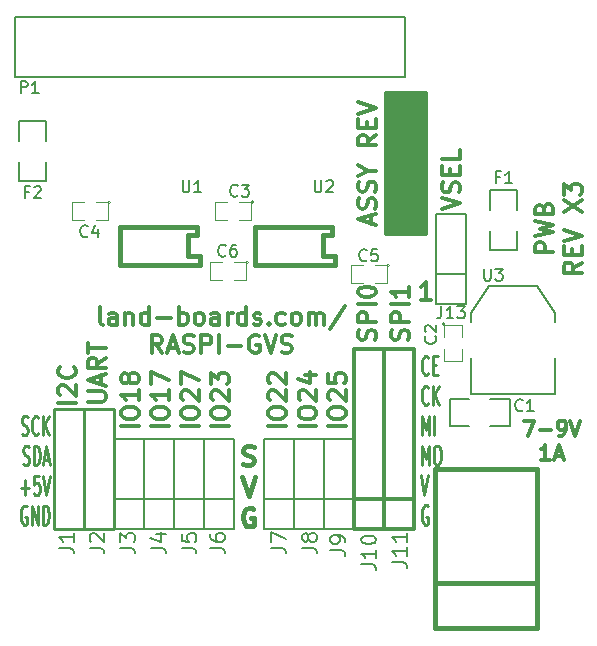
<source format=gto>
G04 (created by PCBNEW (2013-04-19 BZR 4011)-stable) date 02/09/2014 13:44:17*
%MOIN*%
G04 Gerber Fmt 3.4, Leading zero omitted, Abs format*
%FSLAX34Y34*%
G01*
G70*
G90*
G04 APERTURE LIST*
%ADD10C,0*%
%ADD11C,0.011811*%
%ADD12C,0.00875*%
%ADD13C,0.015*%
%ADD14C,0.008*%
%ADD15C,0.01*%
%ADD16C,0.006*%
%ADD17C,0.012*%
%ADD18C,0.005*%
%ADD19C,0.0039*%
%ADD20C,0.025*%
%ADD21C,0.00590551*%
G04 APERTURE END LIST*
G54D10*
G54D11*
X14448Y-6834D02*
X15039Y-6637D01*
X14448Y-6440D01*
X15010Y-6271D02*
X15039Y-6187D01*
X15039Y-6046D01*
X15010Y-5990D01*
X14982Y-5962D01*
X14926Y-5934D01*
X14870Y-5934D01*
X14814Y-5962D01*
X14785Y-5990D01*
X14757Y-6046D01*
X14729Y-6159D01*
X14701Y-6215D01*
X14673Y-6243D01*
X14617Y-6271D01*
X14560Y-6271D01*
X14504Y-6243D01*
X14476Y-6215D01*
X14448Y-6159D01*
X14448Y-6018D01*
X14476Y-5934D01*
X14729Y-5681D02*
X14729Y-5484D01*
X15039Y-5400D02*
X15039Y-5681D01*
X14448Y-5681D01*
X14448Y-5400D01*
X15039Y-4865D02*
X15039Y-5146D01*
X14448Y-5146D01*
X18152Y-8267D02*
X17561Y-8267D01*
X17561Y-8042D01*
X17589Y-7986D01*
X17618Y-7958D01*
X17674Y-7930D01*
X17758Y-7930D01*
X17814Y-7958D01*
X17843Y-7986D01*
X17871Y-8042D01*
X17871Y-8267D01*
X17561Y-7733D02*
X18152Y-7592D01*
X17730Y-7480D01*
X18152Y-7367D01*
X17561Y-7227D01*
X17843Y-6805D02*
X17871Y-6721D01*
X17899Y-6692D01*
X17955Y-6664D01*
X18039Y-6664D01*
X18096Y-6692D01*
X18124Y-6721D01*
X18152Y-6777D01*
X18152Y-7002D01*
X17561Y-7002D01*
X17561Y-6805D01*
X17589Y-6749D01*
X17618Y-6721D01*
X17674Y-6692D01*
X17730Y-6692D01*
X17786Y-6721D01*
X17814Y-6749D01*
X17843Y-6805D01*
X17843Y-7002D01*
X19097Y-8605D02*
X18816Y-8802D01*
X19097Y-8942D02*
X18506Y-8942D01*
X18506Y-8717D01*
X18534Y-8661D01*
X18562Y-8633D01*
X18619Y-8605D01*
X18703Y-8605D01*
X18759Y-8633D01*
X18787Y-8661D01*
X18816Y-8717D01*
X18816Y-8942D01*
X18787Y-8352D02*
X18787Y-8155D01*
X19097Y-8070D02*
X19097Y-8352D01*
X18506Y-8352D01*
X18506Y-8070D01*
X18506Y-7902D02*
X19097Y-7705D01*
X18506Y-7508D01*
X18506Y-6917D02*
X19097Y-6524D01*
X18506Y-6524D02*
X19097Y-6917D01*
X18506Y-6355D02*
X18506Y-5989D01*
X18731Y-6186D01*
X18731Y-6102D01*
X18759Y-6046D01*
X18787Y-6017D01*
X18844Y-5989D01*
X18984Y-5989D01*
X19041Y-6017D01*
X19069Y-6046D01*
X19097Y-6102D01*
X19097Y-6271D01*
X19069Y-6327D01*
X19041Y-6355D01*
X12078Y-7311D02*
X12078Y-7030D01*
X12246Y-7367D02*
X11656Y-7170D01*
X12246Y-6974D01*
X12218Y-6805D02*
X12246Y-6721D01*
X12246Y-6580D01*
X12218Y-6524D01*
X12190Y-6496D01*
X12134Y-6467D01*
X12078Y-6467D01*
X12021Y-6496D01*
X11993Y-6524D01*
X11965Y-6580D01*
X11937Y-6692D01*
X11909Y-6749D01*
X11881Y-6777D01*
X11825Y-6805D01*
X11768Y-6805D01*
X11712Y-6777D01*
X11684Y-6749D01*
X11656Y-6692D01*
X11656Y-6552D01*
X11684Y-6467D01*
X12218Y-6242D02*
X12246Y-6158D01*
X12246Y-6017D01*
X12218Y-5961D01*
X12190Y-5933D01*
X12134Y-5905D01*
X12078Y-5905D01*
X12021Y-5933D01*
X11993Y-5961D01*
X11965Y-6017D01*
X11937Y-6130D01*
X11909Y-6186D01*
X11881Y-6214D01*
X11825Y-6242D01*
X11768Y-6242D01*
X11712Y-6214D01*
X11684Y-6186D01*
X11656Y-6130D01*
X11656Y-5989D01*
X11684Y-5905D01*
X11965Y-5539D02*
X12246Y-5539D01*
X11656Y-5736D02*
X11965Y-5539D01*
X11656Y-5343D01*
X12246Y-4358D02*
X11965Y-4555D01*
X12246Y-4696D02*
X11656Y-4696D01*
X11656Y-4471D01*
X11684Y-4415D01*
X11712Y-4386D01*
X11768Y-4358D01*
X11853Y-4358D01*
X11909Y-4386D01*
X11937Y-4415D01*
X11965Y-4471D01*
X11965Y-4696D01*
X11937Y-4105D02*
X11937Y-3908D01*
X12246Y-3824D02*
X12246Y-4105D01*
X11656Y-4105D01*
X11656Y-3824D01*
X11656Y-3655D02*
X12246Y-3458D01*
X11656Y-3262D01*
X14068Y-9839D02*
X13731Y-9839D01*
X13900Y-9839D02*
X13900Y-9248D01*
X13843Y-9332D01*
X13787Y-9389D01*
X13731Y-9417D01*
X17181Y-13875D02*
X17514Y-13875D01*
X17300Y-14375D01*
X17705Y-14185D02*
X18086Y-14185D01*
X18348Y-14375D02*
X18443Y-14375D01*
X18491Y-14351D01*
X18514Y-14327D01*
X18562Y-14256D01*
X18586Y-14161D01*
X18586Y-13970D01*
X18562Y-13923D01*
X18538Y-13899D01*
X18491Y-13875D01*
X18395Y-13875D01*
X18348Y-13899D01*
X18324Y-13923D01*
X18300Y-13970D01*
X18300Y-14089D01*
X18324Y-14137D01*
X18348Y-14161D01*
X18395Y-14185D01*
X18491Y-14185D01*
X18538Y-14161D01*
X18562Y-14137D01*
X18586Y-14089D01*
X18729Y-13875D02*
X18895Y-14375D01*
X19062Y-13875D01*
X18038Y-15193D02*
X17753Y-15193D01*
X17895Y-15193D02*
X17895Y-14693D01*
X17848Y-14765D01*
X17800Y-14812D01*
X17753Y-14836D01*
X18229Y-15050D02*
X18467Y-15050D01*
X18181Y-15193D02*
X18348Y-14693D01*
X18514Y-15193D01*
G54D12*
X433Y-14332D02*
X483Y-14363D01*
X566Y-14363D01*
X600Y-14332D01*
X616Y-14301D01*
X633Y-14239D01*
X633Y-14177D01*
X616Y-14115D01*
X600Y-14084D01*
X566Y-14053D01*
X500Y-14022D01*
X466Y-13991D01*
X450Y-13960D01*
X433Y-13898D01*
X433Y-13836D01*
X450Y-13775D01*
X466Y-13744D01*
X500Y-13713D01*
X583Y-13713D01*
X633Y-13744D01*
X983Y-14301D02*
X966Y-14332D01*
X916Y-14363D01*
X883Y-14363D01*
X833Y-14332D01*
X800Y-14270D01*
X783Y-14208D01*
X766Y-14084D01*
X766Y-13991D01*
X783Y-13867D01*
X800Y-13805D01*
X833Y-13744D01*
X883Y-13713D01*
X916Y-13713D01*
X966Y-13744D01*
X983Y-13775D01*
X1133Y-14363D02*
X1133Y-13713D01*
X1333Y-14363D02*
X1183Y-13991D01*
X1333Y-13713D02*
X1133Y-14084D01*
X483Y-15329D02*
X533Y-15360D01*
X616Y-15360D01*
X650Y-15329D01*
X666Y-15298D01*
X683Y-15236D01*
X683Y-15174D01*
X666Y-15112D01*
X650Y-15082D01*
X616Y-15051D01*
X550Y-15020D01*
X516Y-14989D01*
X500Y-14958D01*
X483Y-14896D01*
X483Y-14834D01*
X500Y-14772D01*
X516Y-14741D01*
X550Y-14710D01*
X633Y-14710D01*
X683Y-14741D01*
X833Y-15360D02*
X833Y-14710D01*
X916Y-14710D01*
X966Y-14741D01*
X1000Y-14803D01*
X1016Y-14865D01*
X1033Y-14989D01*
X1033Y-15082D01*
X1016Y-15205D01*
X1000Y-15267D01*
X966Y-15329D01*
X916Y-15360D01*
X833Y-15360D01*
X1166Y-15174D02*
X1333Y-15174D01*
X1133Y-15360D02*
X1250Y-14710D01*
X1366Y-15360D01*
X416Y-16110D02*
X683Y-16110D01*
X549Y-16358D02*
X549Y-15862D01*
X1016Y-15708D02*
X850Y-15708D01*
X833Y-16017D01*
X850Y-15986D01*
X883Y-15955D01*
X966Y-15955D01*
X1000Y-15986D01*
X1016Y-16017D01*
X1033Y-16079D01*
X1033Y-16234D01*
X1016Y-16296D01*
X1000Y-16327D01*
X966Y-16358D01*
X883Y-16358D01*
X850Y-16327D01*
X833Y-16296D01*
X1133Y-15708D02*
X1250Y-16358D01*
X1366Y-15708D01*
X600Y-16736D02*
X566Y-16705D01*
X516Y-16705D01*
X466Y-16736D01*
X433Y-16798D01*
X416Y-16860D01*
X400Y-16984D01*
X400Y-17077D01*
X416Y-17200D01*
X433Y-17262D01*
X466Y-17324D01*
X516Y-17355D01*
X550Y-17355D01*
X600Y-17324D01*
X616Y-17293D01*
X616Y-17077D01*
X550Y-17077D01*
X766Y-17355D02*
X766Y-16705D01*
X966Y-17355D01*
X966Y-16705D01*
X1133Y-17355D02*
X1133Y-16705D01*
X1216Y-16705D01*
X1266Y-16736D01*
X1300Y-16798D01*
X1316Y-16860D01*
X1333Y-16984D01*
X1333Y-17077D01*
X1316Y-17200D01*
X1300Y-17262D01*
X1266Y-17324D01*
X1216Y-17355D01*
X1133Y-17355D01*
X13983Y-12301D02*
X13966Y-12332D01*
X13916Y-12363D01*
X13883Y-12363D01*
X13833Y-12332D01*
X13800Y-12270D01*
X13783Y-12208D01*
X13766Y-12084D01*
X13766Y-11991D01*
X13783Y-11867D01*
X13800Y-11805D01*
X13833Y-11744D01*
X13883Y-11713D01*
X13916Y-11713D01*
X13966Y-11744D01*
X13983Y-11775D01*
X14133Y-12022D02*
X14250Y-12022D01*
X14300Y-12363D02*
X14133Y-12363D01*
X14133Y-11713D01*
X14300Y-11713D01*
X13983Y-13298D02*
X13966Y-13329D01*
X13916Y-13360D01*
X13883Y-13360D01*
X13833Y-13329D01*
X13800Y-13267D01*
X13783Y-13205D01*
X13766Y-13082D01*
X13766Y-12989D01*
X13783Y-12865D01*
X13800Y-12803D01*
X13833Y-12741D01*
X13883Y-12710D01*
X13916Y-12710D01*
X13966Y-12741D01*
X13983Y-12772D01*
X14133Y-13360D02*
X14133Y-12710D01*
X14333Y-13360D02*
X14183Y-12989D01*
X14333Y-12710D02*
X14133Y-13082D01*
X13783Y-14358D02*
X13783Y-13708D01*
X13900Y-14172D01*
X14016Y-13708D01*
X14016Y-14358D01*
X14183Y-14358D02*
X14183Y-13708D01*
X13783Y-15355D02*
X13783Y-14705D01*
X13900Y-15169D01*
X14016Y-14705D01*
X14016Y-15355D01*
X14250Y-14705D02*
X14316Y-14705D01*
X14350Y-14736D01*
X14383Y-14798D01*
X14400Y-14922D01*
X14400Y-15138D01*
X14383Y-15262D01*
X14350Y-15324D01*
X14316Y-15355D01*
X14250Y-15355D01*
X14216Y-15324D01*
X14183Y-15262D01*
X14166Y-15138D01*
X14166Y-14922D01*
X14183Y-14798D01*
X14216Y-14736D01*
X14250Y-14705D01*
X13733Y-15703D02*
X13850Y-16353D01*
X13966Y-15703D01*
X13966Y-16731D02*
X13933Y-16700D01*
X13883Y-16700D01*
X13833Y-16731D01*
X13800Y-16793D01*
X13783Y-16855D01*
X13766Y-16979D01*
X13766Y-17072D01*
X13783Y-17195D01*
X13800Y-17257D01*
X13833Y-17319D01*
X13883Y-17350D01*
X13916Y-17350D01*
X13966Y-17319D01*
X13983Y-17288D01*
X13983Y-17072D01*
X13916Y-17072D01*
G54D11*
X3135Y-10672D02*
X3079Y-10643D01*
X3051Y-10587D01*
X3051Y-10081D01*
X3613Y-10672D02*
X3613Y-10362D01*
X3585Y-10306D01*
X3529Y-10278D01*
X3416Y-10278D01*
X3360Y-10306D01*
X3613Y-10643D02*
X3557Y-10672D01*
X3416Y-10672D01*
X3360Y-10643D01*
X3332Y-10587D01*
X3332Y-10531D01*
X3360Y-10475D01*
X3416Y-10447D01*
X3557Y-10447D01*
X3613Y-10419D01*
X3894Y-10278D02*
X3894Y-10672D01*
X3894Y-10334D02*
X3922Y-10306D01*
X3979Y-10278D01*
X4063Y-10278D01*
X4119Y-10306D01*
X4147Y-10362D01*
X4147Y-10672D01*
X4682Y-10672D02*
X4682Y-10081D01*
X4682Y-10643D02*
X4625Y-10672D01*
X4513Y-10672D01*
X4457Y-10643D01*
X4429Y-10615D01*
X4401Y-10559D01*
X4401Y-10390D01*
X4429Y-10334D01*
X4457Y-10306D01*
X4513Y-10278D01*
X4625Y-10278D01*
X4682Y-10306D01*
X4963Y-10447D02*
X5413Y-10447D01*
X5694Y-10672D02*
X5694Y-10081D01*
X5694Y-10306D02*
X5750Y-10278D01*
X5863Y-10278D01*
X5919Y-10306D01*
X5947Y-10334D01*
X5975Y-10390D01*
X5975Y-10559D01*
X5947Y-10615D01*
X5919Y-10643D01*
X5863Y-10672D01*
X5750Y-10672D01*
X5694Y-10643D01*
X6313Y-10672D02*
X6257Y-10643D01*
X6228Y-10615D01*
X6200Y-10559D01*
X6200Y-10390D01*
X6228Y-10334D01*
X6257Y-10306D01*
X6313Y-10278D01*
X6397Y-10278D01*
X6453Y-10306D01*
X6482Y-10334D01*
X6510Y-10390D01*
X6510Y-10559D01*
X6482Y-10615D01*
X6453Y-10643D01*
X6397Y-10672D01*
X6313Y-10672D01*
X7016Y-10672D02*
X7016Y-10362D01*
X6988Y-10306D01*
X6931Y-10278D01*
X6819Y-10278D01*
X6763Y-10306D01*
X7016Y-10643D02*
X6960Y-10672D01*
X6819Y-10672D01*
X6763Y-10643D01*
X6735Y-10587D01*
X6735Y-10531D01*
X6763Y-10475D01*
X6819Y-10447D01*
X6960Y-10447D01*
X7016Y-10419D01*
X7297Y-10672D02*
X7297Y-10278D01*
X7297Y-10390D02*
X7325Y-10334D01*
X7353Y-10306D01*
X7410Y-10278D01*
X7466Y-10278D01*
X7916Y-10672D02*
X7916Y-10081D01*
X7916Y-10643D02*
X7859Y-10672D01*
X7747Y-10672D01*
X7691Y-10643D01*
X7663Y-10615D01*
X7634Y-10559D01*
X7634Y-10390D01*
X7663Y-10334D01*
X7691Y-10306D01*
X7747Y-10278D01*
X7859Y-10278D01*
X7916Y-10306D01*
X8169Y-10643D02*
X8225Y-10672D01*
X8338Y-10672D01*
X8394Y-10643D01*
X8422Y-10587D01*
X8422Y-10559D01*
X8394Y-10503D01*
X8338Y-10475D01*
X8253Y-10475D01*
X8197Y-10447D01*
X8169Y-10390D01*
X8169Y-10362D01*
X8197Y-10306D01*
X8253Y-10278D01*
X8338Y-10278D01*
X8394Y-10306D01*
X8675Y-10615D02*
X8703Y-10643D01*
X8675Y-10672D01*
X8647Y-10643D01*
X8675Y-10615D01*
X8675Y-10672D01*
X9209Y-10643D02*
X9153Y-10672D01*
X9041Y-10672D01*
X8984Y-10643D01*
X8956Y-10615D01*
X8928Y-10559D01*
X8928Y-10390D01*
X8956Y-10334D01*
X8984Y-10306D01*
X9041Y-10278D01*
X9153Y-10278D01*
X9209Y-10306D01*
X9547Y-10672D02*
X9491Y-10643D01*
X9462Y-10615D01*
X9434Y-10559D01*
X9434Y-10390D01*
X9462Y-10334D01*
X9491Y-10306D01*
X9547Y-10278D01*
X9631Y-10278D01*
X9687Y-10306D01*
X9715Y-10334D01*
X9744Y-10390D01*
X9744Y-10559D01*
X9715Y-10615D01*
X9687Y-10643D01*
X9631Y-10672D01*
X9547Y-10672D01*
X9997Y-10672D02*
X9997Y-10278D01*
X9997Y-10334D02*
X10025Y-10306D01*
X10081Y-10278D01*
X10165Y-10278D01*
X10222Y-10306D01*
X10250Y-10362D01*
X10250Y-10672D01*
X10250Y-10362D02*
X10278Y-10306D01*
X10334Y-10278D01*
X10419Y-10278D01*
X10475Y-10306D01*
X10503Y-10362D01*
X10503Y-10672D01*
X11206Y-10053D02*
X10700Y-10812D01*
X5104Y-11616D02*
X4907Y-11335D01*
X4766Y-11616D02*
X4766Y-11026D01*
X4991Y-11026D01*
X5047Y-11054D01*
X5075Y-11082D01*
X5104Y-11138D01*
X5104Y-11223D01*
X5075Y-11279D01*
X5047Y-11307D01*
X4991Y-11335D01*
X4766Y-11335D01*
X5329Y-11448D02*
X5610Y-11448D01*
X5272Y-11616D02*
X5469Y-11026D01*
X5666Y-11616D01*
X5835Y-11588D02*
X5919Y-11616D01*
X6060Y-11616D01*
X6116Y-11588D01*
X6144Y-11560D01*
X6172Y-11504D01*
X6172Y-11448D01*
X6144Y-11392D01*
X6116Y-11363D01*
X6060Y-11335D01*
X5947Y-11307D01*
X5891Y-11279D01*
X5863Y-11251D01*
X5835Y-11195D01*
X5835Y-11138D01*
X5863Y-11082D01*
X5891Y-11054D01*
X5947Y-11026D01*
X6088Y-11026D01*
X6172Y-11054D01*
X6425Y-11616D02*
X6425Y-11026D01*
X6650Y-11026D01*
X6706Y-11054D01*
X6735Y-11082D01*
X6763Y-11138D01*
X6763Y-11223D01*
X6735Y-11279D01*
X6706Y-11307D01*
X6650Y-11335D01*
X6425Y-11335D01*
X7016Y-11616D02*
X7016Y-11026D01*
X7297Y-11392D02*
X7747Y-11392D01*
X8338Y-11054D02*
X8281Y-11026D01*
X8197Y-11026D01*
X8113Y-11054D01*
X8056Y-11110D01*
X8028Y-11167D01*
X8000Y-11279D01*
X8000Y-11363D01*
X8028Y-11476D01*
X8056Y-11532D01*
X8113Y-11588D01*
X8197Y-11616D01*
X8253Y-11616D01*
X8338Y-11588D01*
X8366Y-11560D01*
X8366Y-11363D01*
X8253Y-11363D01*
X8534Y-11026D02*
X8731Y-11616D01*
X8928Y-11026D01*
X9097Y-11588D02*
X9181Y-11616D01*
X9322Y-11616D01*
X9378Y-11588D01*
X9406Y-11560D01*
X9434Y-11504D01*
X9434Y-11448D01*
X9406Y-11392D01*
X9378Y-11363D01*
X9322Y-11335D01*
X9209Y-11307D01*
X9153Y-11279D01*
X9125Y-11251D01*
X9097Y-11195D01*
X9097Y-11138D01*
X9125Y-11082D01*
X9153Y-11054D01*
X9209Y-11026D01*
X9350Y-11026D01*
X9434Y-11054D01*
X13310Y-11185D02*
X13339Y-11101D01*
X13339Y-10960D01*
X13310Y-10904D01*
X13282Y-10876D01*
X13226Y-10848D01*
X13170Y-10848D01*
X13114Y-10876D01*
X13085Y-10904D01*
X13057Y-10960D01*
X13029Y-11073D01*
X13001Y-11129D01*
X12973Y-11157D01*
X12917Y-11185D01*
X12860Y-11185D01*
X12804Y-11157D01*
X12776Y-11129D01*
X12748Y-11073D01*
X12748Y-10932D01*
X12776Y-10848D01*
X13339Y-10595D02*
X12748Y-10595D01*
X12748Y-10370D01*
X12776Y-10314D01*
X12804Y-10285D01*
X12860Y-10257D01*
X12945Y-10257D01*
X13001Y-10285D01*
X13029Y-10314D01*
X13057Y-10370D01*
X13057Y-10595D01*
X13339Y-10004D02*
X12748Y-10004D01*
X13339Y-9414D02*
X13339Y-9751D01*
X13339Y-9582D02*
X12748Y-9582D01*
X12832Y-9639D01*
X12889Y-9695D01*
X12917Y-9751D01*
X12210Y-11185D02*
X12239Y-11101D01*
X12239Y-10960D01*
X12210Y-10904D01*
X12182Y-10876D01*
X12126Y-10848D01*
X12070Y-10848D01*
X12014Y-10876D01*
X11985Y-10904D01*
X11957Y-10960D01*
X11929Y-11073D01*
X11901Y-11129D01*
X11873Y-11157D01*
X11817Y-11185D01*
X11760Y-11185D01*
X11704Y-11157D01*
X11676Y-11129D01*
X11648Y-11073D01*
X11648Y-10932D01*
X11676Y-10848D01*
X12239Y-10595D02*
X11648Y-10595D01*
X11648Y-10370D01*
X11676Y-10314D01*
X11704Y-10285D01*
X11760Y-10257D01*
X11845Y-10257D01*
X11901Y-10285D01*
X11929Y-10314D01*
X11957Y-10370D01*
X11957Y-10595D01*
X12239Y-10004D02*
X11648Y-10004D01*
X11648Y-9611D02*
X11648Y-9554D01*
X11676Y-9498D01*
X11704Y-9470D01*
X11760Y-9442D01*
X11873Y-9414D01*
X12014Y-9414D01*
X12126Y-9442D01*
X12182Y-9470D01*
X12210Y-9498D01*
X12239Y-9554D01*
X12239Y-9611D01*
X12210Y-9667D01*
X12182Y-9695D01*
X12126Y-9723D01*
X12014Y-9751D01*
X11873Y-9751D01*
X11760Y-9723D01*
X11704Y-9695D01*
X11676Y-9667D01*
X11648Y-9611D01*
X11239Y-14071D02*
X10648Y-14071D01*
X10648Y-13678D02*
X10648Y-13565D01*
X10676Y-13509D01*
X10732Y-13453D01*
X10845Y-13424D01*
X11042Y-13424D01*
X11154Y-13453D01*
X11210Y-13509D01*
X11239Y-13565D01*
X11239Y-13678D01*
X11210Y-13734D01*
X11154Y-13790D01*
X11042Y-13818D01*
X10845Y-13818D01*
X10732Y-13790D01*
X10676Y-13734D01*
X10648Y-13678D01*
X10704Y-13199D02*
X10676Y-13171D01*
X10648Y-13115D01*
X10648Y-12975D01*
X10676Y-12918D01*
X10704Y-12890D01*
X10760Y-12862D01*
X10817Y-12862D01*
X10901Y-12890D01*
X11239Y-13228D01*
X11239Y-12862D01*
X10648Y-12328D02*
X10648Y-12609D01*
X10929Y-12637D01*
X10901Y-12609D01*
X10873Y-12553D01*
X10873Y-12412D01*
X10901Y-12356D01*
X10929Y-12328D01*
X10985Y-12300D01*
X11126Y-12300D01*
X11182Y-12328D01*
X11210Y-12356D01*
X11239Y-12412D01*
X11239Y-12553D01*
X11210Y-12609D01*
X11182Y-12637D01*
X10259Y-14071D02*
X9668Y-14071D01*
X9668Y-13678D02*
X9668Y-13565D01*
X9696Y-13509D01*
X9752Y-13453D01*
X9865Y-13424D01*
X10062Y-13424D01*
X10174Y-13453D01*
X10230Y-13509D01*
X10259Y-13565D01*
X10259Y-13678D01*
X10230Y-13734D01*
X10174Y-13790D01*
X10062Y-13818D01*
X9865Y-13818D01*
X9752Y-13790D01*
X9696Y-13734D01*
X9668Y-13678D01*
X9724Y-13199D02*
X9696Y-13171D01*
X9668Y-13115D01*
X9668Y-12975D01*
X9696Y-12918D01*
X9724Y-12890D01*
X9780Y-12862D01*
X9837Y-12862D01*
X9921Y-12890D01*
X10259Y-13228D01*
X10259Y-12862D01*
X9865Y-12356D02*
X10259Y-12356D01*
X9640Y-12496D02*
X10062Y-12637D01*
X10062Y-12271D01*
X9239Y-14071D02*
X8648Y-14071D01*
X8648Y-13678D02*
X8648Y-13565D01*
X8676Y-13509D01*
X8732Y-13453D01*
X8845Y-13424D01*
X9042Y-13424D01*
X9154Y-13453D01*
X9210Y-13509D01*
X9239Y-13565D01*
X9239Y-13678D01*
X9210Y-13734D01*
X9154Y-13790D01*
X9042Y-13818D01*
X8845Y-13818D01*
X8732Y-13790D01*
X8676Y-13734D01*
X8648Y-13678D01*
X8704Y-13199D02*
X8676Y-13171D01*
X8648Y-13115D01*
X8648Y-12975D01*
X8676Y-12918D01*
X8704Y-12890D01*
X8760Y-12862D01*
X8817Y-12862D01*
X8901Y-12890D01*
X9239Y-13228D01*
X9239Y-12862D01*
X8704Y-12637D02*
X8676Y-12609D01*
X8648Y-12553D01*
X8648Y-12412D01*
X8676Y-12356D01*
X8704Y-12328D01*
X8760Y-12300D01*
X8817Y-12300D01*
X8901Y-12328D01*
X9239Y-12665D01*
X9239Y-12300D01*
X7339Y-14071D02*
X6748Y-14071D01*
X6748Y-13678D02*
X6748Y-13565D01*
X6776Y-13509D01*
X6832Y-13453D01*
X6945Y-13424D01*
X7142Y-13424D01*
X7254Y-13453D01*
X7310Y-13509D01*
X7339Y-13565D01*
X7339Y-13678D01*
X7310Y-13734D01*
X7254Y-13790D01*
X7142Y-13818D01*
X6945Y-13818D01*
X6832Y-13790D01*
X6776Y-13734D01*
X6748Y-13678D01*
X6804Y-13199D02*
X6776Y-13171D01*
X6748Y-13115D01*
X6748Y-12975D01*
X6776Y-12918D01*
X6804Y-12890D01*
X6860Y-12862D01*
X6917Y-12862D01*
X7001Y-12890D01*
X7339Y-13228D01*
X7339Y-12862D01*
X6748Y-12665D02*
X6748Y-12300D01*
X6973Y-12496D01*
X6973Y-12412D01*
X7001Y-12356D01*
X7029Y-12328D01*
X7085Y-12300D01*
X7226Y-12300D01*
X7282Y-12328D01*
X7310Y-12356D01*
X7339Y-12412D01*
X7339Y-12581D01*
X7310Y-12637D01*
X7282Y-12665D01*
X6339Y-14071D02*
X5748Y-14071D01*
X5748Y-13678D02*
X5748Y-13565D01*
X5776Y-13509D01*
X5832Y-13453D01*
X5945Y-13424D01*
X6142Y-13424D01*
X6254Y-13453D01*
X6310Y-13509D01*
X6339Y-13565D01*
X6339Y-13678D01*
X6310Y-13734D01*
X6254Y-13790D01*
X6142Y-13818D01*
X5945Y-13818D01*
X5832Y-13790D01*
X5776Y-13734D01*
X5748Y-13678D01*
X5804Y-13199D02*
X5776Y-13171D01*
X5748Y-13115D01*
X5748Y-12975D01*
X5776Y-12918D01*
X5804Y-12890D01*
X5860Y-12862D01*
X5917Y-12862D01*
X6001Y-12890D01*
X6339Y-13228D01*
X6339Y-12862D01*
X5748Y-12665D02*
X5748Y-12271D01*
X6339Y-12525D01*
X5339Y-14071D02*
X4748Y-14071D01*
X4748Y-13678D02*
X4748Y-13565D01*
X4776Y-13509D01*
X4832Y-13453D01*
X4945Y-13424D01*
X5142Y-13424D01*
X5254Y-13453D01*
X5310Y-13509D01*
X5339Y-13565D01*
X5339Y-13678D01*
X5310Y-13734D01*
X5254Y-13790D01*
X5142Y-13818D01*
X4945Y-13818D01*
X4832Y-13790D01*
X4776Y-13734D01*
X4748Y-13678D01*
X5339Y-12862D02*
X5339Y-13199D01*
X5339Y-13031D02*
X4748Y-13031D01*
X4832Y-13087D01*
X4889Y-13143D01*
X4917Y-13199D01*
X4748Y-12665D02*
X4748Y-12271D01*
X5339Y-12525D01*
X4339Y-14071D02*
X3748Y-14071D01*
X3748Y-13678D02*
X3748Y-13565D01*
X3776Y-13509D01*
X3832Y-13453D01*
X3945Y-13424D01*
X4142Y-13424D01*
X4254Y-13453D01*
X4310Y-13509D01*
X4339Y-13565D01*
X4339Y-13678D01*
X4310Y-13734D01*
X4254Y-13790D01*
X4142Y-13818D01*
X3945Y-13818D01*
X3832Y-13790D01*
X3776Y-13734D01*
X3748Y-13678D01*
X4339Y-12862D02*
X4339Y-13199D01*
X4339Y-13031D02*
X3748Y-13031D01*
X3832Y-13087D01*
X3889Y-13143D01*
X3917Y-13199D01*
X4001Y-12525D02*
X3973Y-12581D01*
X3945Y-12609D01*
X3889Y-12637D01*
X3860Y-12637D01*
X3804Y-12609D01*
X3776Y-12581D01*
X3748Y-12525D01*
X3748Y-12412D01*
X3776Y-12356D01*
X3804Y-12328D01*
X3860Y-12300D01*
X3889Y-12300D01*
X3945Y-12328D01*
X3973Y-12356D01*
X4001Y-12412D01*
X4001Y-12525D01*
X4029Y-12581D01*
X4057Y-12609D01*
X4114Y-12637D01*
X4226Y-12637D01*
X4282Y-12609D01*
X4310Y-12581D01*
X4339Y-12525D01*
X4339Y-12412D01*
X4310Y-12356D01*
X4282Y-12328D01*
X4226Y-12300D01*
X4114Y-12300D01*
X4057Y-12328D01*
X4029Y-12356D01*
X4001Y-12412D01*
X2648Y-13242D02*
X3126Y-13242D01*
X3182Y-13213D01*
X3210Y-13185D01*
X3239Y-13129D01*
X3239Y-13017D01*
X3210Y-12960D01*
X3182Y-12932D01*
X3126Y-12904D01*
X2648Y-12904D01*
X3070Y-12651D02*
X3070Y-12370D01*
X3239Y-12707D02*
X2648Y-12510D01*
X3239Y-12314D01*
X3239Y-11779D02*
X2957Y-11976D01*
X3239Y-12117D02*
X2648Y-12117D01*
X2648Y-11892D01*
X2676Y-11835D01*
X2704Y-11807D01*
X2760Y-11779D01*
X2845Y-11779D01*
X2901Y-11807D01*
X2929Y-11835D01*
X2957Y-11892D01*
X2957Y-12117D01*
X2648Y-11611D02*
X2648Y-11273D01*
X3239Y-11442D02*
X2648Y-11442D01*
X2239Y-13276D02*
X1648Y-13276D01*
X1704Y-13023D02*
X1676Y-12995D01*
X1648Y-12939D01*
X1648Y-12798D01*
X1676Y-12742D01*
X1704Y-12714D01*
X1760Y-12685D01*
X1817Y-12685D01*
X1901Y-12714D01*
X2239Y-13051D01*
X2239Y-12685D01*
X2182Y-12095D02*
X2210Y-12123D01*
X2239Y-12207D01*
X2239Y-12264D01*
X2210Y-12348D01*
X2154Y-12404D01*
X2098Y-12432D01*
X1985Y-12460D01*
X1901Y-12460D01*
X1789Y-12432D01*
X1732Y-12404D01*
X1676Y-12348D01*
X1648Y-12264D01*
X1648Y-12207D01*
X1676Y-12123D01*
X1704Y-12095D01*
G54D13*
X7821Y-15323D02*
X7910Y-15352D01*
X8059Y-15352D01*
X8119Y-15323D01*
X8148Y-15293D01*
X8178Y-15233D01*
X8178Y-15174D01*
X8148Y-15114D01*
X8119Y-15085D01*
X8059Y-15055D01*
X7940Y-15025D01*
X7880Y-14995D01*
X7851Y-14966D01*
X7821Y-14906D01*
X7821Y-14847D01*
X7851Y-14787D01*
X7880Y-14757D01*
X7940Y-14727D01*
X8089Y-14727D01*
X8178Y-14757D01*
X7791Y-15752D02*
X8000Y-16377D01*
X8208Y-15752D01*
X8163Y-16807D02*
X8104Y-16777D01*
X8014Y-16777D01*
X7925Y-16807D01*
X7866Y-16867D01*
X7836Y-16926D01*
X7806Y-17045D01*
X7806Y-17135D01*
X7836Y-17254D01*
X7866Y-17313D01*
X7925Y-17373D01*
X8014Y-17402D01*
X8074Y-17402D01*
X8163Y-17373D01*
X8193Y-17343D01*
X8193Y-17135D01*
X8074Y-17135D01*
G54D14*
X228Y-2417D02*
X13228Y-2417D01*
X13228Y-417D02*
X228Y-417D01*
X228Y-417D02*
X228Y-2417D01*
X13228Y-2417D02*
X13228Y-417D01*
G54D15*
X3500Y-13500D02*
X3500Y-17500D01*
X2500Y-13500D02*
X2500Y-17500D01*
X2500Y-17500D02*
X3500Y-17500D01*
X3500Y-13500D02*
X2500Y-13500D01*
G54D16*
X4500Y-17500D02*
X3500Y-17500D01*
X3500Y-17500D02*
X3500Y-14500D01*
X3500Y-14500D02*
X4500Y-14500D01*
X4500Y-14500D02*
X4500Y-17500D01*
X3500Y-16500D02*
X4500Y-16500D01*
X6500Y-17500D02*
X5500Y-17500D01*
X5500Y-17500D02*
X5500Y-14500D01*
X5500Y-14500D02*
X6500Y-14500D01*
X6500Y-14500D02*
X6500Y-17500D01*
X5500Y-16500D02*
X6500Y-16500D01*
X9500Y-17500D02*
X8500Y-17500D01*
X8500Y-17500D02*
X8500Y-14500D01*
X8500Y-14500D02*
X9500Y-14500D01*
X9500Y-14500D02*
X9500Y-17500D01*
X8500Y-16500D02*
X9500Y-16500D01*
X11500Y-17500D02*
X10500Y-17500D01*
X10500Y-17500D02*
X10500Y-14500D01*
X10500Y-14500D02*
X11500Y-14500D01*
X11500Y-14500D02*
X11500Y-17500D01*
X10500Y-16500D02*
X11500Y-16500D01*
X7500Y-17500D02*
X6500Y-17500D01*
X6500Y-17500D02*
X6500Y-14500D01*
X6500Y-14500D02*
X7500Y-14500D01*
X7500Y-14500D02*
X7500Y-17500D01*
X6500Y-16500D02*
X7500Y-16500D01*
X10500Y-17500D02*
X9500Y-17500D01*
X9500Y-17500D02*
X9500Y-14500D01*
X9500Y-14500D02*
X10500Y-14500D01*
X10500Y-14500D02*
X10500Y-17500D01*
X9500Y-16500D02*
X10500Y-16500D01*
G54D17*
X13500Y-17500D02*
X12500Y-17500D01*
X12500Y-17500D02*
X12500Y-11500D01*
X12500Y-11500D02*
X13500Y-11500D01*
X13500Y-11500D02*
X13500Y-17500D01*
X13500Y-16500D02*
X12500Y-16500D01*
G54D18*
X16950Y-6200D02*
X16050Y-6200D01*
X16050Y-6200D02*
X16050Y-6850D01*
X16950Y-7550D02*
X16950Y-8200D01*
X16950Y-8200D02*
X16050Y-8200D01*
X16050Y-8200D02*
X16050Y-7550D01*
X16950Y-6850D02*
X16950Y-6200D01*
G54D15*
X2500Y-13500D02*
X2500Y-17500D01*
X1500Y-13500D02*
X1500Y-17500D01*
X1500Y-17500D02*
X2500Y-17500D01*
X2500Y-13500D02*
X1500Y-13500D01*
G54D16*
X5500Y-17500D02*
X4500Y-17500D01*
X4500Y-17500D02*
X4500Y-14500D01*
X4500Y-14500D02*
X5500Y-14500D01*
X5500Y-14500D02*
X5500Y-17500D01*
X4500Y-16500D02*
X5500Y-16500D01*
G54D17*
X12500Y-17500D02*
X11500Y-17500D01*
X11500Y-17500D02*
X11500Y-11500D01*
X11500Y-11500D02*
X12500Y-11500D01*
X12500Y-11500D02*
X12500Y-17500D01*
X12500Y-16500D02*
X11500Y-16500D01*
G54D13*
X10877Y-8688D02*
X8220Y-8688D01*
X8220Y-8688D02*
X8220Y-7409D01*
X8220Y-7409D02*
X10779Y-7409D01*
X10779Y-7409D02*
X10779Y-7704D01*
X10779Y-7704D02*
X10484Y-7704D01*
X10484Y-7704D02*
X10484Y-8393D01*
X10484Y-8393D02*
X10877Y-8393D01*
X10877Y-8393D02*
X10877Y-8688D01*
X6377Y-8688D02*
X3720Y-8688D01*
X3720Y-8688D02*
X3720Y-7409D01*
X3720Y-7409D02*
X6279Y-7409D01*
X6279Y-7409D02*
X6279Y-7704D01*
X6279Y-7704D02*
X5984Y-7704D01*
X5984Y-7704D02*
X5984Y-8393D01*
X5984Y-8393D02*
X6377Y-8393D01*
X6377Y-8393D02*
X6377Y-8688D01*
G54D14*
X15400Y-11800D02*
X15400Y-13000D01*
X15400Y-13000D02*
X18200Y-13000D01*
X18200Y-13000D02*
X18200Y-11800D01*
X15400Y-10600D02*
X15400Y-10300D01*
X15400Y-10300D02*
X16000Y-9400D01*
X16000Y-9400D02*
X17600Y-9400D01*
X17600Y-9400D02*
X18200Y-10300D01*
X18200Y-10300D02*
X18200Y-10600D01*
G54D18*
X16700Y-14050D02*
X16700Y-13150D01*
X16700Y-13150D02*
X16050Y-13150D01*
X15350Y-14050D02*
X14700Y-14050D01*
X14700Y-14050D02*
X14700Y-13150D01*
X14700Y-13150D02*
X15350Y-13150D01*
X16050Y-14050D02*
X16700Y-14050D01*
X1250Y-3900D02*
X350Y-3900D01*
X350Y-3900D02*
X350Y-4550D01*
X1250Y-5250D02*
X1250Y-5900D01*
X1250Y-5900D02*
X350Y-5900D01*
X350Y-5900D02*
X350Y-5250D01*
X1250Y-4550D02*
X1250Y-3900D01*
G54D13*
X14200Y-20500D02*
X14200Y-20800D01*
X14200Y-20800D02*
X17600Y-20800D01*
X17600Y-20800D02*
X17600Y-20500D01*
X14200Y-19300D02*
X17600Y-19300D01*
X14200Y-15500D02*
X17600Y-15500D01*
X17600Y-20500D02*
X17600Y-15500D01*
X14200Y-20500D02*
X14200Y-15500D01*
G54D19*
X14550Y-10650D02*
G75*
G03X14550Y-10650I-50J0D01*
G74*
G01*
X14500Y-11100D02*
X14500Y-10700D01*
X14500Y-10700D02*
X15100Y-10700D01*
X15100Y-10700D02*
X15100Y-11100D01*
X15100Y-11500D02*
X15100Y-11900D01*
X15100Y-11900D02*
X14500Y-11900D01*
X14500Y-11900D02*
X14500Y-11500D01*
X8180Y-6600D02*
G75*
G03X8180Y-6600I-50J0D01*
G74*
G01*
X7680Y-6600D02*
X8080Y-6600D01*
X8080Y-6600D02*
X8080Y-7200D01*
X8080Y-7200D02*
X7680Y-7200D01*
X7280Y-7200D02*
X6880Y-7200D01*
X6880Y-7200D02*
X6880Y-6600D01*
X6880Y-6600D02*
X7280Y-6600D01*
X3400Y-6600D02*
G75*
G03X3400Y-6600I-50J0D01*
G74*
G01*
X2900Y-6600D02*
X3300Y-6600D01*
X3300Y-6600D02*
X3300Y-7200D01*
X3300Y-7200D02*
X2900Y-7200D01*
X2500Y-7200D02*
X2100Y-7200D01*
X2100Y-7200D02*
X2100Y-6600D01*
X2100Y-6600D02*
X2500Y-6600D01*
X12700Y-8700D02*
G75*
G03X12700Y-8700I-50J0D01*
G74*
G01*
X12200Y-8700D02*
X12600Y-8700D01*
X12600Y-8700D02*
X12600Y-9300D01*
X12600Y-9300D02*
X12200Y-9300D01*
X11800Y-9300D02*
X11400Y-9300D01*
X11400Y-9300D02*
X11400Y-8700D01*
X11400Y-8700D02*
X11800Y-8700D01*
X8000Y-8600D02*
G75*
G03X8000Y-8600I-50J0D01*
G74*
G01*
X7500Y-8600D02*
X7900Y-8600D01*
X7900Y-8600D02*
X7900Y-9200D01*
X7900Y-9200D02*
X7500Y-9200D01*
X7100Y-9200D02*
X6700Y-9200D01*
X6700Y-9200D02*
X6700Y-8600D01*
X6700Y-8600D02*
X7100Y-8600D01*
G54D20*
X13688Y-3018D02*
X13688Y-7518D01*
X13688Y-7518D02*
X13438Y-7518D01*
X13438Y-7518D02*
X13438Y-3018D01*
X13438Y-3018D02*
X13188Y-3018D01*
X13188Y-3018D02*
X13188Y-7568D01*
X13188Y-7568D02*
X12938Y-7568D01*
X12938Y-7568D02*
X12938Y-3018D01*
X12938Y-3018D02*
X12738Y-3018D01*
X12738Y-3018D02*
X12738Y-7518D01*
G54D13*
X13888Y-7618D02*
X13888Y-2968D01*
X13888Y-2968D02*
X12588Y-2968D01*
X12588Y-2968D02*
X12588Y-7618D01*
X12588Y-7618D02*
X13888Y-7618D01*
G54D16*
X15250Y-10000D02*
X14250Y-10000D01*
X14250Y-10000D02*
X14250Y-7000D01*
X14250Y-7000D02*
X15250Y-7000D01*
X15250Y-7000D02*
X15250Y-10000D01*
X14250Y-9000D02*
X15250Y-9000D01*
G54D21*
X409Y-2959D02*
X409Y-2565D01*
X559Y-2565D01*
X596Y-2584D01*
X615Y-2603D01*
X634Y-2640D01*
X634Y-2696D01*
X615Y-2734D01*
X596Y-2753D01*
X559Y-2771D01*
X409Y-2771D01*
X1009Y-2959D02*
X784Y-2959D01*
X896Y-2959D02*
X896Y-2565D01*
X859Y-2621D01*
X821Y-2659D01*
X784Y-2678D01*
X2699Y-18116D02*
X3050Y-18116D01*
X3121Y-18140D01*
X3167Y-18187D01*
X3191Y-18257D01*
X3191Y-18304D01*
X2746Y-17905D02*
X2722Y-17882D01*
X2699Y-17835D01*
X2699Y-17718D01*
X2722Y-17671D01*
X2746Y-17648D01*
X2792Y-17624D01*
X2839Y-17624D01*
X2910Y-17648D01*
X3191Y-17929D01*
X3191Y-17624D01*
X3722Y-18116D02*
X4074Y-18116D01*
X4144Y-18140D01*
X4191Y-18187D01*
X4214Y-18257D01*
X4214Y-18304D01*
X3722Y-17929D02*
X3722Y-17624D01*
X3910Y-17788D01*
X3910Y-17718D01*
X3933Y-17671D01*
X3957Y-17648D01*
X4004Y-17624D01*
X4121Y-17624D01*
X4168Y-17648D01*
X4191Y-17671D01*
X4214Y-17718D01*
X4214Y-17859D01*
X4191Y-17905D01*
X4168Y-17929D01*
X5770Y-18116D02*
X6121Y-18116D01*
X6191Y-18140D01*
X6238Y-18187D01*
X6262Y-18257D01*
X6262Y-18304D01*
X5770Y-17648D02*
X5770Y-17882D01*
X6004Y-17905D01*
X5980Y-17882D01*
X5957Y-17835D01*
X5957Y-17718D01*
X5980Y-17671D01*
X6004Y-17648D01*
X6051Y-17624D01*
X6168Y-17624D01*
X6215Y-17648D01*
X6238Y-17671D01*
X6262Y-17718D01*
X6262Y-17835D01*
X6238Y-17882D01*
X6215Y-17905D01*
X8762Y-18116D02*
X9113Y-18116D01*
X9184Y-18140D01*
X9230Y-18187D01*
X9254Y-18257D01*
X9254Y-18304D01*
X8762Y-17929D02*
X8762Y-17601D01*
X9254Y-17812D01*
X10730Y-18195D02*
X11082Y-18195D01*
X11152Y-18218D01*
X11199Y-18265D01*
X11222Y-18336D01*
X11222Y-18383D01*
X11222Y-17937D02*
X11222Y-17844D01*
X11199Y-17797D01*
X11175Y-17773D01*
X11105Y-17726D01*
X11011Y-17703D01*
X10824Y-17703D01*
X10777Y-17726D01*
X10754Y-17750D01*
X10730Y-17797D01*
X10730Y-17890D01*
X10754Y-17937D01*
X10777Y-17961D01*
X10824Y-17984D01*
X10941Y-17984D01*
X10988Y-17961D01*
X11011Y-17937D01*
X11035Y-17890D01*
X11035Y-17797D01*
X11011Y-17750D01*
X10988Y-17726D01*
X10941Y-17703D01*
X6714Y-18116D02*
X7066Y-18116D01*
X7136Y-18140D01*
X7183Y-18187D01*
X7207Y-18257D01*
X7207Y-18304D01*
X6714Y-17671D02*
X6714Y-17765D01*
X6738Y-17812D01*
X6761Y-17835D01*
X6832Y-17882D01*
X6925Y-17905D01*
X7113Y-17905D01*
X7160Y-17882D01*
X7183Y-17859D01*
X7207Y-17812D01*
X7207Y-17718D01*
X7183Y-17671D01*
X7160Y-17648D01*
X7113Y-17624D01*
X6996Y-17624D01*
X6949Y-17648D01*
X6925Y-17671D01*
X6902Y-17718D01*
X6902Y-17812D01*
X6925Y-17859D01*
X6949Y-17882D01*
X6996Y-17905D01*
X9785Y-18116D02*
X10137Y-18116D01*
X10207Y-18140D01*
X10254Y-18187D01*
X10277Y-18257D01*
X10277Y-18304D01*
X9996Y-17812D02*
X9973Y-17859D01*
X9949Y-17882D01*
X9902Y-17905D01*
X9879Y-17905D01*
X9832Y-17882D01*
X9809Y-17859D01*
X9785Y-17812D01*
X9785Y-17718D01*
X9809Y-17671D01*
X9832Y-17648D01*
X9879Y-17624D01*
X9902Y-17624D01*
X9949Y-17648D01*
X9973Y-17671D01*
X9996Y-17718D01*
X9996Y-17812D01*
X10020Y-17859D01*
X10043Y-17882D01*
X10090Y-17905D01*
X10184Y-17905D01*
X10231Y-17882D01*
X10254Y-17859D01*
X10277Y-17812D01*
X10277Y-17718D01*
X10254Y-17671D01*
X10231Y-17648D01*
X10184Y-17624D01*
X10090Y-17624D01*
X10043Y-17648D01*
X10020Y-17671D01*
X9996Y-17718D01*
X12777Y-18587D02*
X13129Y-18587D01*
X13199Y-18610D01*
X13246Y-18657D01*
X13270Y-18727D01*
X13270Y-18774D01*
X13270Y-18095D02*
X13270Y-18376D01*
X13270Y-18235D02*
X12777Y-18235D01*
X12848Y-18282D01*
X12895Y-18329D01*
X12918Y-18376D01*
X13270Y-17626D02*
X13270Y-17907D01*
X13270Y-17767D02*
X12777Y-17767D01*
X12848Y-17814D01*
X12895Y-17860D01*
X12918Y-17907D01*
X16368Y-5753D02*
X16237Y-5753D01*
X16237Y-5959D02*
X16237Y-5565D01*
X16425Y-5565D01*
X16781Y-5959D02*
X16556Y-5959D01*
X16668Y-5959D02*
X16668Y-5565D01*
X16631Y-5621D01*
X16593Y-5659D01*
X16556Y-5678D01*
X1675Y-18116D02*
X2027Y-18116D01*
X2097Y-18140D01*
X2144Y-18187D01*
X2167Y-18257D01*
X2167Y-18304D01*
X2167Y-17624D02*
X2167Y-17905D01*
X2167Y-17765D02*
X1675Y-17765D01*
X1745Y-17812D01*
X1792Y-17859D01*
X1816Y-17905D01*
X4746Y-18116D02*
X5097Y-18116D01*
X5168Y-18140D01*
X5215Y-18187D01*
X5238Y-18257D01*
X5238Y-18304D01*
X4910Y-17671D02*
X5238Y-17671D01*
X4723Y-17788D02*
X5074Y-17905D01*
X5074Y-17601D01*
X11754Y-18666D02*
X12105Y-18666D01*
X12176Y-18689D01*
X12223Y-18736D01*
X12246Y-18806D01*
X12246Y-18853D01*
X12246Y-18173D02*
X12246Y-18455D01*
X12246Y-18314D02*
X11754Y-18314D01*
X11824Y-18361D01*
X11871Y-18408D01*
X11894Y-18455D01*
X11754Y-17869D02*
X11754Y-17822D01*
X11777Y-17775D01*
X11801Y-17752D01*
X11848Y-17728D01*
X11941Y-17705D01*
X12058Y-17705D01*
X12152Y-17728D01*
X12199Y-17752D01*
X12223Y-17775D01*
X12246Y-17822D01*
X12246Y-17869D01*
X12223Y-17916D01*
X12199Y-17939D01*
X12152Y-17963D01*
X12058Y-17986D01*
X11941Y-17986D01*
X11848Y-17963D01*
X11801Y-17939D01*
X11777Y-17916D01*
X11754Y-17869D01*
X10200Y-5865D02*
X10200Y-6184D01*
X10218Y-6221D01*
X10237Y-6240D01*
X10275Y-6259D01*
X10350Y-6259D01*
X10387Y-6240D01*
X10406Y-6221D01*
X10425Y-6184D01*
X10425Y-5865D01*
X10593Y-5903D02*
X10612Y-5884D01*
X10649Y-5865D01*
X10743Y-5865D01*
X10781Y-5884D01*
X10799Y-5903D01*
X10818Y-5940D01*
X10818Y-5978D01*
X10799Y-6034D01*
X10574Y-6259D01*
X10818Y-6259D01*
X5800Y-5865D02*
X5800Y-6184D01*
X5818Y-6221D01*
X5837Y-6240D01*
X5875Y-6259D01*
X5950Y-6259D01*
X5987Y-6240D01*
X6006Y-6221D01*
X6025Y-6184D01*
X6025Y-5865D01*
X6418Y-6259D02*
X6193Y-6259D01*
X6306Y-6259D02*
X6306Y-5865D01*
X6268Y-5921D01*
X6231Y-5959D01*
X6193Y-5978D01*
X15850Y-8815D02*
X15850Y-9134D01*
X15868Y-9171D01*
X15887Y-9190D01*
X15925Y-9209D01*
X16000Y-9209D01*
X16037Y-9190D01*
X16056Y-9171D01*
X16075Y-9134D01*
X16075Y-8815D01*
X16224Y-8815D02*
X16468Y-8815D01*
X16337Y-8965D01*
X16393Y-8965D01*
X16431Y-8984D01*
X16449Y-9003D01*
X16468Y-9040D01*
X16468Y-9134D01*
X16449Y-9171D01*
X16431Y-9190D01*
X16393Y-9209D01*
X16281Y-9209D01*
X16243Y-9190D01*
X16224Y-9171D01*
X17134Y-13521D02*
X17115Y-13540D01*
X17059Y-13559D01*
X17021Y-13559D01*
X16965Y-13540D01*
X16928Y-13503D01*
X16909Y-13465D01*
X16890Y-13390D01*
X16890Y-13334D01*
X16909Y-13259D01*
X16928Y-13221D01*
X16965Y-13184D01*
X17021Y-13165D01*
X17059Y-13165D01*
X17115Y-13184D01*
X17134Y-13203D01*
X17509Y-13559D02*
X17284Y-13559D01*
X17396Y-13559D02*
X17396Y-13165D01*
X17359Y-13221D01*
X17321Y-13259D01*
X17284Y-13278D01*
X668Y-6253D02*
X537Y-6253D01*
X537Y-6459D02*
X537Y-6065D01*
X725Y-6065D01*
X856Y-6103D02*
X874Y-6084D01*
X912Y-6065D01*
X1006Y-6065D01*
X1043Y-6084D01*
X1062Y-6103D01*
X1081Y-6140D01*
X1081Y-6178D01*
X1062Y-6234D01*
X837Y-6459D01*
X1081Y-6459D01*
X14221Y-11065D02*
X14240Y-11084D01*
X14259Y-11140D01*
X14259Y-11178D01*
X14240Y-11234D01*
X14203Y-11271D01*
X14165Y-11290D01*
X14090Y-11309D01*
X14034Y-11309D01*
X13959Y-11290D01*
X13921Y-11271D01*
X13884Y-11234D01*
X13865Y-11178D01*
X13865Y-11140D01*
X13884Y-11084D01*
X13903Y-11065D01*
X13903Y-10915D02*
X13884Y-10896D01*
X13865Y-10859D01*
X13865Y-10765D01*
X13884Y-10728D01*
X13903Y-10709D01*
X13940Y-10690D01*
X13978Y-10690D01*
X14034Y-10709D01*
X14259Y-10934D01*
X14259Y-10690D01*
X7634Y-6371D02*
X7615Y-6390D01*
X7559Y-6409D01*
X7521Y-6409D01*
X7465Y-6390D01*
X7428Y-6353D01*
X7409Y-6315D01*
X7390Y-6240D01*
X7390Y-6184D01*
X7409Y-6109D01*
X7428Y-6071D01*
X7465Y-6034D01*
X7521Y-6015D01*
X7559Y-6015D01*
X7615Y-6034D01*
X7634Y-6053D01*
X7765Y-6015D02*
X8009Y-6015D01*
X7878Y-6165D01*
X7934Y-6165D01*
X7971Y-6184D01*
X7990Y-6203D01*
X8009Y-6240D01*
X8009Y-6334D01*
X7990Y-6371D01*
X7971Y-6390D01*
X7934Y-6409D01*
X7821Y-6409D01*
X7784Y-6390D01*
X7765Y-6371D01*
X2634Y-7721D02*
X2615Y-7740D01*
X2559Y-7759D01*
X2521Y-7759D01*
X2465Y-7740D01*
X2428Y-7703D01*
X2409Y-7665D01*
X2390Y-7590D01*
X2390Y-7534D01*
X2409Y-7459D01*
X2428Y-7421D01*
X2465Y-7384D01*
X2521Y-7365D01*
X2559Y-7365D01*
X2615Y-7384D01*
X2634Y-7403D01*
X2971Y-7496D02*
X2971Y-7759D01*
X2878Y-7346D02*
X2784Y-7628D01*
X3028Y-7628D01*
X11934Y-8521D02*
X11915Y-8540D01*
X11859Y-8559D01*
X11821Y-8559D01*
X11765Y-8540D01*
X11728Y-8503D01*
X11709Y-8465D01*
X11690Y-8390D01*
X11690Y-8334D01*
X11709Y-8259D01*
X11728Y-8221D01*
X11765Y-8184D01*
X11821Y-8165D01*
X11859Y-8165D01*
X11915Y-8184D01*
X11934Y-8203D01*
X12290Y-8165D02*
X12103Y-8165D01*
X12084Y-8353D01*
X12103Y-8334D01*
X12140Y-8315D01*
X12234Y-8315D01*
X12271Y-8334D01*
X12290Y-8353D01*
X12309Y-8390D01*
X12309Y-8484D01*
X12290Y-8521D01*
X12271Y-8540D01*
X12234Y-8559D01*
X12140Y-8559D01*
X12103Y-8540D01*
X12084Y-8521D01*
X7234Y-8371D02*
X7215Y-8390D01*
X7159Y-8409D01*
X7121Y-8409D01*
X7065Y-8390D01*
X7028Y-8353D01*
X7009Y-8315D01*
X6990Y-8240D01*
X6990Y-8184D01*
X7009Y-8109D01*
X7028Y-8071D01*
X7065Y-8034D01*
X7121Y-8015D01*
X7159Y-8015D01*
X7215Y-8034D01*
X7234Y-8053D01*
X7571Y-8015D02*
X7496Y-8015D01*
X7459Y-8034D01*
X7440Y-8053D01*
X7403Y-8109D01*
X7384Y-8184D01*
X7384Y-8334D01*
X7403Y-8371D01*
X7421Y-8390D01*
X7459Y-8409D01*
X7534Y-8409D01*
X7571Y-8390D01*
X7590Y-8371D01*
X7609Y-8334D01*
X7609Y-8240D01*
X7590Y-8203D01*
X7571Y-8184D01*
X7534Y-8165D01*
X7459Y-8165D01*
X7421Y-8184D01*
X7403Y-8203D01*
X7384Y-8240D01*
G54D16*
X14426Y-10061D02*
X14426Y-10347D01*
X14407Y-10404D01*
X14369Y-10442D01*
X14311Y-10461D01*
X14273Y-10461D01*
X14826Y-10461D02*
X14597Y-10461D01*
X14711Y-10461D02*
X14711Y-10061D01*
X14673Y-10119D01*
X14635Y-10157D01*
X14597Y-10176D01*
X14959Y-10061D02*
X15207Y-10061D01*
X15073Y-10214D01*
X15130Y-10214D01*
X15169Y-10233D01*
X15188Y-10252D01*
X15207Y-10290D01*
X15207Y-10385D01*
X15188Y-10423D01*
X15169Y-10442D01*
X15130Y-10461D01*
X15016Y-10461D01*
X14978Y-10442D01*
X14959Y-10423D01*
M02*

</source>
